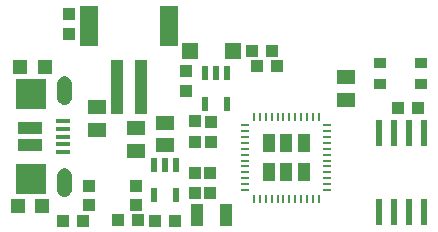
<source format=gbr>
G04 EAGLE Gerber RS-274X export*
G75*
%MOMM*%
%FSLAX34Y34*%
%LPD*%
%INSolderpaste Top*%
%IPPOS*%
%AMOC8*
5,1,8,0,0,1.08239X$1,22.5*%
G01*
%ADD10R,1.500000X1.240000*%
%ADD11R,1.000000X1.075000*%
%ADD12R,1.200000X1.200000*%
%ADD13R,1.075000X1.000000*%
%ADD14R,1.000000X1.000000*%
%ADD15R,2.000000X1.000000*%
%ADD16R,2.500000X2.500000*%
%ADD17R,1.250000X0.300000*%
%ADD18R,0.550000X1.200000*%
%ADD19R,1.400000X1.400000*%
%ADD20R,1.000000X4.600000*%
%ADD21R,1.600000X3.400000*%
%ADD22R,0.250000X0.750000*%
%ADD23R,0.750000X0.250000*%
%ADD24R,1.000000X1.500000*%
%ADD25R,1.100000X1.900000*%
%ADD26R,1.000000X0.850000*%
%ADD27R,0.600000X2.200000*%

G36*
X53548Y141173D02*
X53548Y141173D01*
X54822Y141373D01*
X54869Y141390D01*
X54959Y141411D01*
X56155Y141889D01*
X56198Y141916D01*
X56281Y141956D01*
X57341Y142688D01*
X57377Y142724D01*
X57448Y142782D01*
X58319Y143732D01*
X58346Y143774D01*
X58403Y143847D01*
X59040Y144967D01*
X59057Y145014D01*
X59096Y145097D01*
X59469Y146331D01*
X59474Y146381D01*
X59494Y146471D01*
X59583Y147756D01*
X59581Y147776D01*
X59584Y147800D01*
X59584Y158800D01*
X59582Y158815D01*
X59583Y158835D01*
X59522Y159961D01*
X59511Y160008D01*
X59503Y160084D01*
X59222Y161177D01*
X59202Y161221D01*
X59180Y161294D01*
X58692Y162311D01*
X58664Y162350D01*
X58627Y162417D01*
X57950Y163320D01*
X57915Y163353D01*
X57866Y163411D01*
X57026Y164164D01*
X56985Y164190D01*
X56925Y164238D01*
X55954Y164812D01*
X55909Y164829D01*
X55842Y164865D01*
X54777Y165239D01*
X54730Y165247D01*
X54657Y165269D01*
X53540Y165428D01*
X53512Y165427D01*
X53360Y165428D01*
X52244Y165269D01*
X52198Y165254D01*
X52123Y165239D01*
X51058Y164865D01*
X51016Y164841D01*
X50946Y164812D01*
X49975Y164238D01*
X49938Y164206D01*
X49874Y164164D01*
X49034Y163411D01*
X49005Y163374D01*
X48950Y163320D01*
X48273Y162417D01*
X48251Y162374D01*
X48208Y162311D01*
X47720Y161294D01*
X47707Y161247D01*
X47678Y161177D01*
X47397Y160084D01*
X47394Y160036D01*
X47378Y159961D01*
X47317Y158835D01*
X47319Y158819D01*
X47316Y158800D01*
X47316Y147800D01*
X47319Y147785D01*
X47317Y147765D01*
X47378Y146639D01*
X47390Y146592D01*
X47397Y146516D01*
X47678Y145423D01*
X47698Y145379D01*
X47720Y145306D01*
X48208Y144289D01*
X48237Y144250D01*
X48273Y144183D01*
X48950Y143280D01*
X48985Y143247D01*
X49034Y143189D01*
X49874Y142436D01*
X49915Y142410D01*
X49975Y142362D01*
X50946Y141788D01*
X50991Y141771D01*
X51058Y141735D01*
X52123Y141361D01*
X52170Y141353D01*
X52244Y141331D01*
X53360Y141172D01*
X53361Y141172D01*
X53548Y141173D01*
G37*
G36*
X53548Y63173D02*
X53548Y63173D01*
X54822Y63373D01*
X54869Y63390D01*
X54959Y63411D01*
X56155Y63889D01*
X56198Y63916D01*
X56281Y63956D01*
X57341Y64688D01*
X57377Y64724D01*
X57448Y64782D01*
X58319Y65732D01*
X58346Y65774D01*
X58403Y65847D01*
X59040Y66967D01*
X59057Y67014D01*
X59096Y67097D01*
X59469Y68331D01*
X59474Y68381D01*
X59494Y68471D01*
X59583Y69756D01*
X59581Y69776D01*
X59584Y69800D01*
X59584Y80800D01*
X59582Y80815D01*
X59583Y80835D01*
X59522Y81961D01*
X59511Y82008D01*
X59503Y82084D01*
X59222Y83177D01*
X59202Y83221D01*
X59180Y83294D01*
X58692Y84311D01*
X58664Y84350D01*
X58627Y84417D01*
X57950Y85320D01*
X57915Y85353D01*
X57866Y85411D01*
X57026Y86164D01*
X56985Y86190D01*
X56925Y86238D01*
X55954Y86812D01*
X55909Y86829D01*
X55842Y86865D01*
X54777Y87239D01*
X54730Y87247D01*
X54657Y87269D01*
X53540Y87428D01*
X53512Y87427D01*
X53360Y87428D01*
X52244Y87269D01*
X52198Y87254D01*
X52123Y87239D01*
X51058Y86865D01*
X51016Y86841D01*
X50946Y86812D01*
X49975Y86238D01*
X49938Y86206D01*
X49874Y86164D01*
X49034Y85411D01*
X49005Y85374D01*
X48950Y85320D01*
X48273Y84417D01*
X48251Y84374D01*
X48208Y84311D01*
X47720Y83294D01*
X47707Y83247D01*
X47678Y83177D01*
X47397Y82084D01*
X47394Y82036D01*
X47378Y81961D01*
X47317Y80835D01*
X47319Y80819D01*
X47316Y80800D01*
X47316Y69800D01*
X47319Y69785D01*
X47317Y69765D01*
X47378Y68639D01*
X47390Y68592D01*
X47397Y68516D01*
X47678Y67423D01*
X47698Y67379D01*
X47720Y67306D01*
X48208Y66289D01*
X48237Y66250D01*
X48273Y66183D01*
X48950Y65280D01*
X48985Y65247D01*
X49034Y65189D01*
X49874Y64436D01*
X49915Y64410D01*
X49975Y64362D01*
X50946Y63788D01*
X50991Y63771D01*
X51058Y63735D01*
X52123Y63361D01*
X52170Y63353D01*
X52244Y63331D01*
X53360Y63172D01*
X53361Y63172D01*
X53548Y63173D01*
G37*
D10*
X80880Y120090D03*
X80880Y139090D03*
D11*
X164000Y110120D03*
X164000Y127120D03*
D10*
X138580Y125740D03*
X138580Y106740D03*
D12*
X15950Y173590D03*
X36950Y173590D03*
D13*
X98688Y43446D03*
X115688Y43446D03*
D11*
X57150Y218050D03*
X57150Y201050D03*
D14*
X73980Y56770D03*
X73980Y72770D03*
X113980Y72770D03*
X113980Y56770D03*
D15*
X24450Y121800D03*
X24450Y106800D03*
D16*
X25450Y150300D03*
X25450Y78300D03*
D17*
X52200Y127300D03*
X52200Y120800D03*
X52200Y114300D03*
X52200Y107800D03*
X52200Y101300D03*
D18*
X191110Y167941D03*
X181610Y167941D03*
X172110Y167941D03*
X172110Y141939D03*
X191110Y141939D03*
D19*
X196300Y186690D03*
X159300Y186690D03*
D20*
X97950Y156040D03*
X117950Y156040D03*
D21*
X73950Y208040D03*
X141950Y208040D03*
D18*
X147930Y90471D03*
X138430Y90471D03*
X128930Y90471D03*
X128930Y64469D03*
X147930Y64469D03*
D12*
X34630Y55880D03*
X13630Y55880D03*
D13*
X52460Y43180D03*
X69460Y43180D03*
D10*
X114300Y121260D03*
X114300Y102260D03*
D13*
X146930Y43180D03*
X129930Y43180D03*
X212480Y186690D03*
X229480Y186690D03*
X233290Y173990D03*
X216290Y173990D03*
D22*
X213800Y61770D03*
X218800Y61770D03*
X223800Y61770D03*
X228800Y61770D03*
X233800Y61770D03*
X238800Y61770D03*
X243800Y61770D03*
X248800Y61770D03*
X253800Y61770D03*
X258800Y61770D03*
X263800Y61770D03*
D23*
X276050Y69020D03*
X276050Y74020D03*
X276050Y79020D03*
X276050Y84020D03*
X276050Y89020D03*
X276050Y94020D03*
X276050Y99020D03*
X276050Y104020D03*
X276050Y109020D03*
X276050Y114020D03*
X276050Y119020D03*
D22*
X268800Y131270D03*
X263800Y131270D03*
X258800Y131270D03*
X253800Y131270D03*
X248800Y131270D03*
X243800Y131270D03*
X238800Y131270D03*
X233800Y131270D03*
X228800Y131270D03*
X223800Y131270D03*
X218800Y131270D03*
D23*
X206550Y124020D03*
X206550Y119020D03*
X206550Y114020D03*
X206550Y109020D03*
X206550Y104020D03*
X206550Y99020D03*
X206550Y94020D03*
X206550Y89020D03*
X206550Y84020D03*
X206550Y79020D03*
X206550Y74020D03*
D24*
X226300Y109020D03*
X241300Y109020D03*
X256300Y109020D03*
X256300Y84020D03*
X241300Y84020D03*
X226300Y84020D03*
D22*
X268800Y61770D03*
D23*
X276050Y124020D03*
D22*
X213800Y131270D03*
D23*
X206550Y69020D03*
D11*
X177800Y109610D03*
X177800Y126610D03*
X176530Y66430D03*
X176530Y83430D03*
X163830Y66430D03*
X163830Y83430D03*
D25*
X189800Y48260D03*
X165800Y48260D03*
D10*
X292100Y164440D03*
X292100Y145440D03*
D11*
X156210Y152790D03*
X156210Y169790D03*
D26*
X320320Y176390D03*
X355320Y176390D03*
X320320Y158890D03*
X355320Y158890D03*
D27*
X345440Y116970D03*
X345440Y50670D03*
X358140Y116970D03*
X332740Y116970D03*
X320040Y116970D03*
X358140Y50670D03*
X332740Y50670D03*
X320040Y50670D03*
D13*
X352670Y138430D03*
X335670Y138430D03*
M02*

</source>
